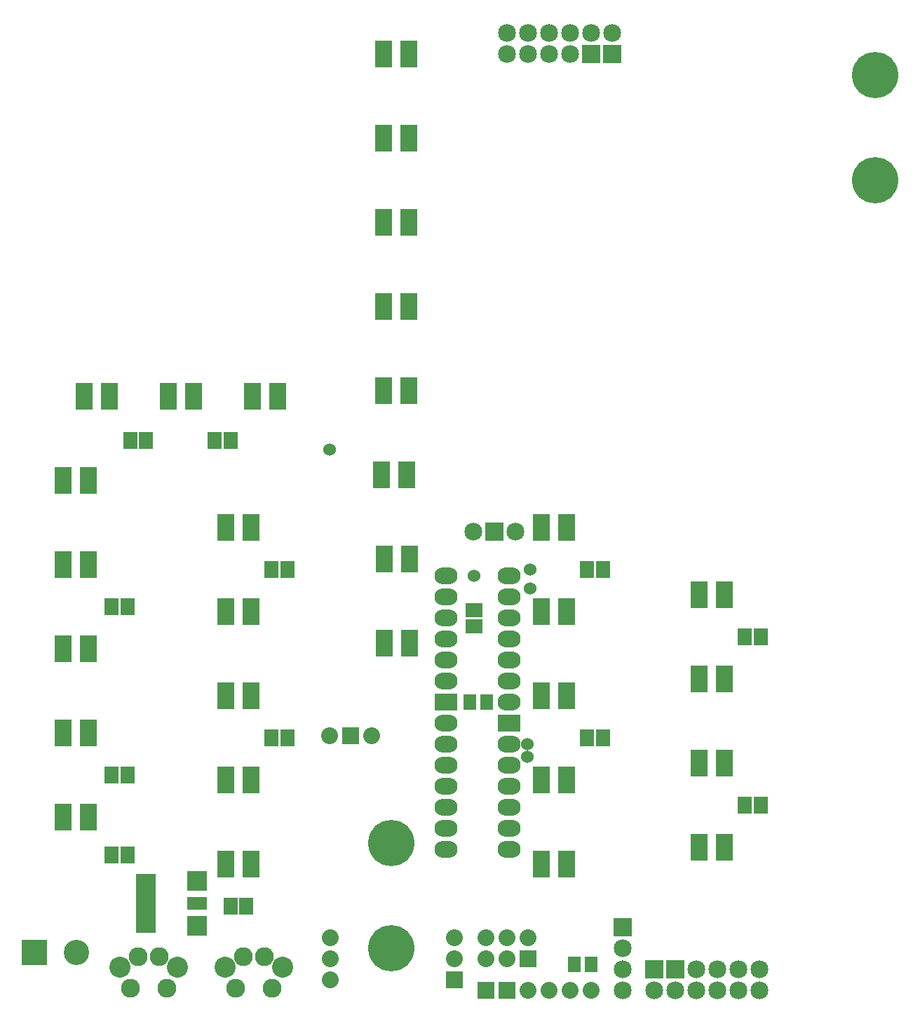
<source format=gts>
G04 (created by PCBNEW-RS274X (2011-12-28 BZR 3254)-stable) date 7/17/2012 5:32:20 PM*
G01*
G70*
G90*
%MOIN*%
G04 Gerber Fmt 3.4, Leading zero omitted, Abs format*
%FSLAX34Y34*%
G04 APERTURE LIST*
%ADD10C,0.006000*%
%ADD11C,0.080000*%
%ADD12R,0.080000X0.080000*%
%ADD13C,0.220000*%
%ADD14R,0.071200X0.079000*%
%ADD15R,0.079000X0.071200*%
%ADD16C,0.085000*%
%ADD17R,0.085000X0.085000*%
%ADD18C,0.060000*%
%ADD19O,0.110000X0.080000*%
%ADD20R,0.110000X0.080000*%
%ADD21R,0.062000X0.076000*%
%ADD22C,0.090000*%
%ADD23C,0.100000*%
%ADD24R,0.080000X0.130000*%
%ADD25R,0.120000X0.120000*%
%ADD26C,0.120000*%
%ADD27R,0.094000X0.094000*%
%ADD28R,0.094000X0.064000*%
%ADD29R,0.094000X0.284000*%
G04 APERTURE END LIST*
G54D10*
G54D11*
X32590Y-46900D03*
X30590Y-46900D03*
G54D12*
X31590Y-46900D03*
G54D13*
X33500Y-57000D03*
X33500Y-52000D03*
G54D14*
X27825Y-39000D03*
X28575Y-39000D03*
X20975Y-52550D03*
X20225Y-52550D03*
X20225Y-40750D03*
X20975Y-40750D03*
X20225Y-48750D03*
X20975Y-48750D03*
X27825Y-47000D03*
X28575Y-47000D03*
X42825Y-39000D03*
X43575Y-39000D03*
X42825Y-47000D03*
X43575Y-47000D03*
X50325Y-42200D03*
X51075Y-42200D03*
X21100Y-32850D03*
X21850Y-32850D03*
X25875Y-32850D03*
X25125Y-32850D03*
X25875Y-55000D03*
X26625Y-55000D03*
G54D15*
X37440Y-41675D03*
X37440Y-40925D03*
G54D14*
X50325Y-50200D03*
X51075Y-50200D03*
G54D16*
X44500Y-59000D03*
G54D17*
X44500Y-56000D03*
G54D16*
X44500Y-57000D03*
X44500Y-58000D03*
G54D18*
X30560Y-33280D03*
X37450Y-39300D03*
X40100Y-39000D03*
X40100Y-39900D03*
G54D11*
X38000Y-56500D03*
X38000Y-57500D03*
X39000Y-56500D03*
X39000Y-57500D03*
X40000Y-56500D03*
G54D12*
X40000Y-57500D03*
X38000Y-59000D03*
X39000Y-59000D03*
G54D11*
X40000Y-59000D03*
X41000Y-59000D03*
X42000Y-59000D03*
X43000Y-59000D03*
G54D19*
X36100Y-51300D03*
X36100Y-50300D03*
X36100Y-49300D03*
X36100Y-48300D03*
X36100Y-47300D03*
X36100Y-46300D03*
G54D20*
X36100Y-45300D03*
G54D19*
X36100Y-44300D03*
X36100Y-43300D03*
X36100Y-42300D03*
X36100Y-41300D03*
X36100Y-40300D03*
X36100Y-39300D03*
X36100Y-52300D03*
X39100Y-39300D03*
X39100Y-40300D03*
X39100Y-41300D03*
X39100Y-42300D03*
X39100Y-43300D03*
X39100Y-44300D03*
X39100Y-45300D03*
G54D20*
X39100Y-46300D03*
G54D19*
X39100Y-47300D03*
X39100Y-48300D03*
X39100Y-49300D03*
X39100Y-50300D03*
X39100Y-51300D03*
X39100Y-52300D03*
G54D21*
X42200Y-57750D03*
X43000Y-57750D03*
X38040Y-45300D03*
X37240Y-45300D03*
G54D16*
X46000Y-59000D03*
X47000Y-59000D03*
X48000Y-59000D03*
X49000Y-59000D03*
X50000Y-59000D03*
X51000Y-59000D03*
G54D17*
X46000Y-58000D03*
X47000Y-58000D03*
G54D16*
X48000Y-58000D03*
X49000Y-58000D03*
X50000Y-58000D03*
X51000Y-58000D03*
G54D17*
X44025Y-14500D03*
X43025Y-14500D03*
G54D16*
X42025Y-14500D03*
X41025Y-14500D03*
X40025Y-14500D03*
X39025Y-14500D03*
X44025Y-13500D03*
X43025Y-13500D03*
X42025Y-13500D03*
X41025Y-13500D03*
X40025Y-13500D03*
X39025Y-13500D03*
G54D11*
X30625Y-56500D03*
X30625Y-57500D03*
X30625Y-58500D03*
X36500Y-56500D03*
X36500Y-57500D03*
G54D12*
X36500Y-58500D03*
G54D16*
X37400Y-37175D03*
G54D17*
X38400Y-37175D03*
G54D16*
X39400Y-37175D03*
G54D18*
X39960Y-47300D03*
X39960Y-47900D03*
G54D13*
X56500Y-20500D03*
X56500Y-15500D03*
G54D22*
X22855Y-58890D03*
X21105Y-58890D03*
G54D23*
X23355Y-57890D03*
X20605Y-57890D03*
G54D22*
X21480Y-57390D03*
X22480Y-57390D03*
X27855Y-58890D03*
X26105Y-58890D03*
G54D23*
X28355Y-57890D03*
X25605Y-57890D03*
G54D22*
X26480Y-57390D03*
X27480Y-57390D03*
G54D24*
X34360Y-42500D03*
X33160Y-42500D03*
X34360Y-38500D03*
X33160Y-38500D03*
X34250Y-34500D03*
X33050Y-34500D03*
X34350Y-30500D03*
X33150Y-30500D03*
X34350Y-26500D03*
X33150Y-26500D03*
X34350Y-22500D03*
X33150Y-22500D03*
X34350Y-18500D03*
X33150Y-18500D03*
X34350Y-14500D03*
X33150Y-14500D03*
X49350Y-52200D03*
X48150Y-52200D03*
X49350Y-48200D03*
X48150Y-48200D03*
X49350Y-44200D03*
X48150Y-44200D03*
X49350Y-40200D03*
X48150Y-40200D03*
X41850Y-49000D03*
X40650Y-49000D03*
X41850Y-45000D03*
X40650Y-45000D03*
X41850Y-41000D03*
X40650Y-41000D03*
X41850Y-37000D03*
X40650Y-37000D03*
X26850Y-49000D03*
X25650Y-49000D03*
X26850Y-45000D03*
X25650Y-45000D03*
X26850Y-41000D03*
X25650Y-41000D03*
X26850Y-37000D03*
X25650Y-37000D03*
X41850Y-53000D03*
X40650Y-53000D03*
X26850Y-53000D03*
X25650Y-53000D03*
X19100Y-50750D03*
X17900Y-50750D03*
X19100Y-46750D03*
X17900Y-46750D03*
X19100Y-42750D03*
X17900Y-42750D03*
X19100Y-38750D03*
X17900Y-38750D03*
X19100Y-34750D03*
X17900Y-34750D03*
X20100Y-30750D03*
X18900Y-30750D03*
X24100Y-30750D03*
X22900Y-30750D03*
X28100Y-30750D03*
X26900Y-30750D03*
G54D25*
X16550Y-57200D03*
G54D26*
X18550Y-57200D03*
G54D27*
X24270Y-55910D03*
G54D28*
X24270Y-54850D03*
G54D27*
X24270Y-53790D03*
G54D29*
X21830Y-54850D03*
M02*

</source>
